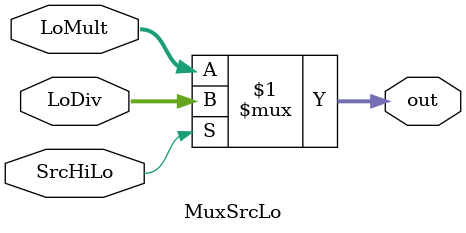
<source format=v>
module MuxSrcLo(SrcHiLo, LoMult, LoDiv, out);
	
	input SrcHiLo;
	input [31:0] LoMult;
	input [31:0] LoDiv;
	
	output [31:0] out;
	
	assign out = SrcHiLo ? LoDiv : LoMult;
	
endmodule

</source>
